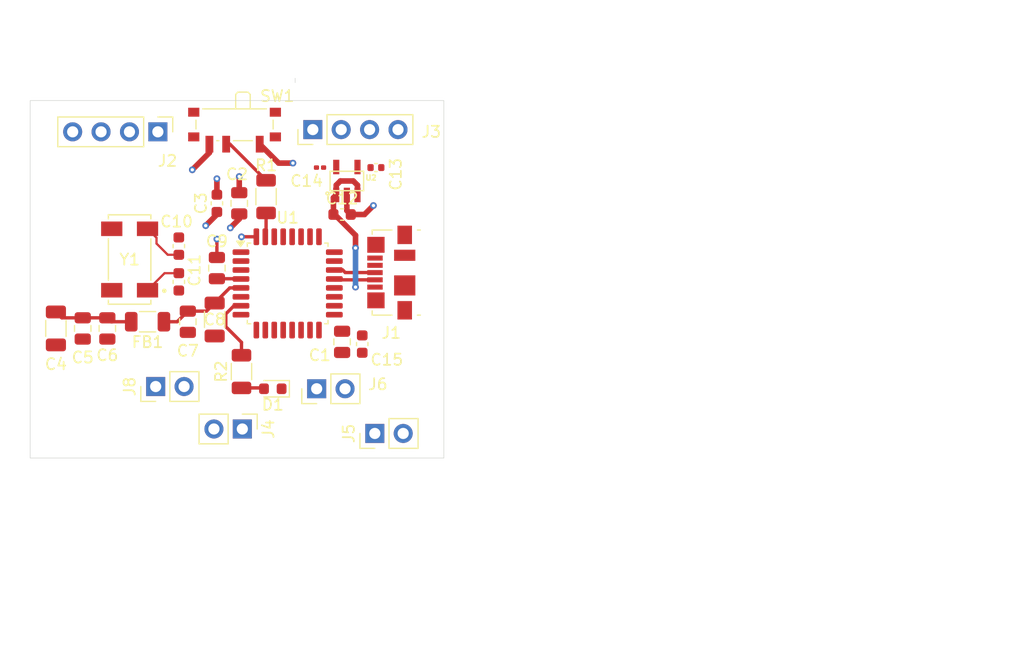
<source format=kicad_pcb>
(kicad_pcb (version 20240108) (generator "pcbnew") (generator_version "8.0")
  (layers (0 "F.Cu" signal) (1 "In1.Cu" power) (2 "In2.Cu" power) (31 "B.Cu" signal) (34 "B.Paste" user) (35 "F.Paste" user) (36 "B.SilkS" user "B.Silkscreen") (37 "F.SilkS" user "F.Silkscreen") (38 "B.Mask" user) (39 "F.Mask" user) (44 "Edge.Cuts" user))
  (net 0 "")
  (net 1 "GND")
  (net 2 "VBUS")
  (net 3 "Net-(U2-BYP)")
  (net 4 "+3.3V")
  (net 5 "Net-(SW1-B)")
  (net 6 "/TX")
  (net 7 "+3.3VA")
  (net 8 "/I2C_SCL")
  (net 9 "/RX")
  (net 10 "/ADC_IN0")
  (net 11 "/PWR_LED")
  (net 13 "/NRST")
  (net 14 "/SWCLK")
  (net 15 "/I2C_SDA")
  (net 17 "/OSC_IN")
  (net 18 "/ADC_IN5")
  (net 21 "/SWDIO")
  (net 23 "/BOOT0")
  (net 24 "/USB_DM+")
  (net 30 "/ADC_IN4")
  (net 32 "/OSC_OUT")
  (net 33 "/USB_DP-")
  (net 34 "Net-(D1-A)")
  (footprint "Button_Switch_SMD:SW_SPDT_PCM12" (layer "F.Cu") (at 60.38 40.875 180)
    (property "Reference" "SW1" (at -3.82 2.875 360) (layer "F.SilkS"))
    (property "Value" "SW_SPDT")
    (fp_line (start 3.45 0.72) (end 3.45 -0.07) (stroke (width 0.12)) (layer "F.SilkS"))
    (fp_line (start 1.4 -1.12) (end 1.6 -1.12) (stroke (width 0.12)) (layer "F.SilkS"))
    (fp_line (start -0.1 3.02) (end -0.1 1.73) (stroke (width 0.12)) (layer "F.SilkS"))
    (fp_line (start -0.1 3.02) (end -0.3 3.23) (stroke (width 0.12)) (layer "F.SilkS"))
    (fp_line (start -1.2 3.23) (end -0.3 3.23) (stroke (width 0.12)) (layer "F.SilkS"))
    (fp_line (start -1.4 3.02) (end -1.2 3.23) (stroke (width 0.12)) (layer "F.SilkS"))
    (fp_line (start -1.4 1.73) (end -1.4 3.02) (stroke (width 0.12)) (layer "F.SilkS"))
    (fp_line (start -1.6 -1.12) (end 0.1 -1.12) (stroke (width 0.12)) (layer "F.SilkS"))
    (fp_line (start -2.85 1.73) (end 2.85 1.73) (stroke (width 0.12)) (layer "F.SilkS"))
    (fp_line (start -3.45 -0.07) (end -3.45 0.72) (stroke (width 0.12)) (layer "F.SilkS"))
    (pad "" smd rect (at -3.65 -0.78 180) (size 1 0.8) (layers "F.Cu" "F.Paste" "F.Mask"))
    (pad "" smd rect (at -3.65 1.43 180) (size 1 0.8) (layers "F.Cu" "F.Paste" "F.Mask"))
    (pad "" np_thru_hole circle (at -1.5 0.33 180) (size 0.9 0.9) (drill 0.9) (layers "*.Cu" "*.Mask"))
    (pad "" np_thru_hole circle (at 1.5 0.33 180) (size 0.9 0.9) (drill 0.9) (layers "*.Cu" "*.Mask"))
    (pad "" smd rect (at 3.65 -0.78 180) (size 1 0.8) (layers "F.Cu" "F.Paste" "F.Mask"))
    (pad "" smd rect (at 3.65 1.43 180) (size 1 0.8) (layers "F.Cu" "F.Paste" "F.Mask"))
    (pad "1" smd rect (at -2.25 -1.43 180) (size 0.7 1.5) (layers "F.Cu" "F.Paste" "F.Mask") (net 1 "GND"))
    (pad "2" smd rect (at 0.75 -1.43 180) (size 0.7 1.5) (layers "F.Cu" "F.Paste" "F.Mask") (net 5 "Net-(SW1-B)"))
    (pad "3" smd rect (at 2.25 -1.43 180) (size 0.7 1.5) (layers "F.Cu" "F.Paste" "F.Mask") (net 4 "+3.3V"))
  )
  (footprint "Capacitor_SMD:C_0805_2012Metric" (layer "F.Cu") (at 46.8 58.8 -90)
    (property "Reference" "C5" (at 2.6 0 180) (layer "F.SilkS"))
    (property "Value" "0.1u")
    (fp_line (start -0.261252 0.735) (end 0.261252 0.735) (stroke (width 0.12)) (layer "F.SilkS"))
    (fp_line (start -0.261252 -0.735) (end 0.261252 -0.735) (stroke (width 0.12)) (layer "F.SilkS"))
    (pad "1" smd roundrect (at -0.95 0 270) (size 1 1.45) (layers "F.Cu" "F.Paste" "F.Mask") (net 4 "+3.3V"))
    (pad "2" smd roundrect (at 0.95 0 270) (size 1 1.45) (layers "F.Cu" "F.Paste" "F.Mask") (net 1 "GND"))
  )
  (footprint "Capacitor_SMD:C_0805_2012Metric" (layer "F.Cu") (at 60.8 47.6 90)
    (property "Reference" "C2" (at 2.6 -0.2 180) (layer "F.SilkS"))
    (property "Value" "0.1u")
    (fp_line (start -0.261252 -0.735) (end 0.261252 -0.735) (stroke (width 0.12)) (layer "F.SilkS"))
    (fp_line (start -0.261252 0.735) (end 0.261252 0.735) (stroke (width 0.12)) (layer "F.SilkS"))
    (pad "1" smd roundrect (at -0.95 0 90) (size 1 1.45) (layers "F.Cu" "F.Paste" "F.Mask") (net 4 "+3.3V"))
    (pad "2" smd roundrect (at 0.95 0 90) (size 1 1.45) (layers "F.Cu" "F.Paste" "F.Mask") (net 1 "GND"))
  )
  (footprint "Capacitor_SMD:C_0603_1608Metric" (layer "F.Cu") (at 70 48.6)
    (property "Reference" "C12" (at 0 -1.43 360) (layer "F.SilkS"))
    (property "Value" "10u")
    (fp_line (start -0.14058 -0.51) (end 0.14058 -0.51) (stroke (width 0.12)) (layer "F.SilkS"))
    (fp_line (start -0.14058 0.51) (end 0.14058 0.51) (stroke (width 0.12)) (layer "F.SilkS"))
    (pad "1" smd roundrect (at -0.775 0) (size 0.9 0.95) (layers "F.Cu" "F.Paste" "F.Mask") (net 2 "VBUS"))
    (pad "2" smd roundrect (at 0.775 0) (size 0.9 0.95) (layers "F.Cu" "F.Paste" "F.Mask") (net 1 "GND"))
  )
  (footprint "Connector_PinHeader_2.54mm:PinHeader_1x04_P2.54mm_Vertical" (layer "F.Cu") (at 67.38 41 90)
    (property "Reference" "J3" (at -0.2 10.6 180) (layer "F.SilkS"))
    (property "Value" "Conn_01x04")
    (fp_line (start -1.33 -1.33) (end 0 -1.33) (stroke (width 0.12)) (layer "F.SilkS"))
    (fp_line (start -1.33 0) (end -1.33 -1.33) (stroke (width 0.12)) (layer "F.SilkS"))
    (fp_line (start 1.33 1.27) (end 1.33 8.95) (stroke (width 0.12)) (layer "F.SilkS"))
    (fp_line (start -1.33 1.27) (end 1.33 1.27) (stroke (width 0.12)) (layer "F.SilkS"))
    (fp_line (start -1.33 1.27) (end -1.33 8.95) (stroke (width 0.12)) (layer "F.SilkS"))
    (fp_line (start -1.33 8.95) (end 1.33 8.95) (stroke (width 0.12)) (layer "F.SilkS"))
    (pad "1" thru_hole rect (at 0 0 90) (size 1.7 1.7) (drill 1) (layers "*.Cu" "*.Mask") (net 4 "+3.3V"))
    (pad "2" thru_hole oval (at 0 2.54 90) (size 1.7 1.7) (drill 1) (layers "*.Cu" "*.Mask") (net 21 "/SWDIO"))
    (pad "3" thru_hole oval (at 0 5.08 90) (size 1.7 1.7) (drill 1) (layers "*.Cu" "*.Mask") (net 14 "/SWCLK"))
    (pad "4" thru_hole oval (at 0 7.62 90) (size 1.7 1.7) (drill 1) (layers "*.Cu" "*.Mask") (net 1 "GND"))
  )
  (footprint "Capacitor_SMD:C_0603_1608Metric" (layer "F.Cu") (at 55.395 51.43 -90)
    (property "Reference" "C10" (at -2.2 0.2 0) (layer "F.SilkS"))
    (property "Value" "10p")
    (fp_line (start -0.14058 0.51) (end 0.14058 0.51) (stroke (width 0.12)) (layer "F.SilkS"))
    (fp_line (start -0.14058 -0.51) (end 0.14058 -0.51) (stroke (width 0.12)) (layer "F.SilkS"))
    (pad "1" smd roundrect (at -0.775 0 270) (size 0.9 0.95) (layers "F.Cu" "F.Paste" "F.Mask") (net 1 "GND"))
    (pad "2" smd roundrect (at 0.775 0 270) (size 0.9 0.95) (layers "F.Cu" "F.Paste" "F.Mask") (net 17 "/OSC_IN"))
  )
  (footprint "Connector_USB:USB_Micro-B_Molex_47346-0001" (layer "F.Cu") (at 74.4 53.8 90)
    (property "Reference" "J1" (at -5.4 0 180) (layer "F.SilkS"))
    (property "Value" "USB_B_Micro")
    (fp_line (start 3.81 -1.71) (end 3.43 -1.71) (stroke (width 0.12)) (layer "F.SilkS"))
    (fp_line (start 3.81 -1.71) (end 3.81 0.06) (stroke (width 0.12)) (layer "F.SilkS"))
    (fp_line (start -3.81 -1.71) (end -3.43 -1.71) (stroke (width 0.12)) (layer "F.SilkS"))
    (fp_line (start -3.81 0.06) (end -3.81 -1.71) (stroke (width 0.12)) (layer "F.SilkS"))
    (fp_line (start 3.81 2.34) (end 3.81 2.6) (stroke (width 0.12)) (layer "F.SilkS"))
    (fp_line (start -3.81 2.6) (end -3.81 2.34) (stroke (width 0.12)) (layer "F.SilkS"))
    (pad "1" smd rect (at -1.3 -1.46 90) (size 0.45 1.38) (layers "F.Cu" "F.Paste" "F.Mask") (net 2 "VBUS"))
    (pad "2" smd rect (at -0.65 -1.46 90) (size 0.45 1.38) (layers "F.Cu" "F.Paste" "F.Mask") (net 33 "/USB_DP-"))
    (pad "3" smd rect (at 0 -1.46 90) (size 0.45 1.38) (layers "F.Cu" "F.Paste" "F.Mask") (net 24 "/USB_DM+"))
    (pad "4" smd rect (at 0.65 -1.46 90) (size 0.45 1.38) (layers "F.Cu" "F.Paste" "F.Mask"))
    (pad "5" smd rect (at 1.3 -1.46 90) (size 0.45 1.38) (layers "F.Cu" "F.Paste" "F.Mask") (net 1 "GND"))
    (pad "6" smd rect (at -3.375 1.2 90) (size 1.65 1.3) (layers "F.Cu" "F.Paste" "F.Mask"))
    (pad "6" smd rect (at -2.4875 -1.375 90) (size 1.425 1.55) (layers "F.Cu" "F.Paste" "F.Mask"))
    (pad "6" smd rect (at -1.15 1.2 90) (size 1.8 1.9) (layers "F.Cu" "F.Paste" "F.Mask"))
    (pad "6" smd rect (at 1.55 1.2 90) (size 1 1.9) (layers "F.Cu" "F.Paste" "F.Mask"))
    (pad "6" smd rect (at 2.4875 -1.375 90) (size 1.425 1.55) (layers "F.Cu" "F.Paste" "F.Mask"))
    (pad "6" smd rect (at 3.375 1.2 90) (size 1.65 1.3) (layers "F.Cu" "F.Paste" "F.Mask"))
  )
  (footprint "Capacitor_SMD:C_0805_2012Metric" (layer "F.Cu") (at 49 58.8 -90)
    (property "Reference" "C6" (at 2.4 0 180) (layer "F.SilkS"))
    (property "Value" "0.1u")
    (fp_line (start -0.261252 0.735) (end 0.261252 0.735) (stroke (width 0.12)) (layer "F.SilkS"))
    (fp_line (start -0.261252 -0.735) (end 0.261252 -0.735) (stroke (width 0.12)) (layer "F.SilkS"))
    (pad "1" smd roundrect (at -0.95 0 270) (size 1 1.45) (layers "F.Cu" "F.Paste" "F.Mask") (net 4 "+3.3V"))
    (pad "2" smd roundrect (at 0.95 0 270) (size 1 1.45) (layers "F.Cu" "F.Paste" "F.Mask") (net 1 "GND"))
  )
  (footprint "Connector_PinHeader_2.54mm:PinHeader_1x02_P2.54mm_Vertical" (layer "F.Cu") (at 67.725 64.2 90)
    (property "Reference" "J6" (at 0.4 5.475 180) (layer "F.SilkS"))
    (property "Value" "Conn_01x02")
    (fp_line (start -1.33 -1.33) (end 0 -1.33) (stroke (width 0.12)) (layer "F.SilkS"))
    (fp_line (start -1.33 0) (end -1.33 -1.33) (stroke (width 0.12)) (layer "F.SilkS"))
    (fp_line (start 1.33 1.27) (end 1.33 3.87) (stroke (width 0.12)) (layer "F.SilkS"))
    (fp_line (start -1.33 1.27) (end 1.33 1.27) (stroke (width 0.12)) (layer "F.SilkS"))
    (fp_line (start -1.33 1.27) (end -1.33 3.87) (stroke (width 0.12)) (layer "F.SilkS"))
    (fp_line (start -1.33 3.87) (end 1.33 3.87) (stroke (width 0.12)) (layer "F.SilkS"))
    (pad "1" thru_hole rect (at 0 0 90) (size 1.7 1.7) (drill 1) (layers "*.Cu" "*.Mask") (net 18 "/ADC_IN5"))
    (pad "2" thru_hole oval (at 0 2.54 90) (size 1.7 1.7) (drill 1) (layers "*.Cu" "*.Mask") (net 1 "GND"))
  )
  (footprint "Resistor_SMD:R_1206_3216Metric" (layer "F.Cu") (at 63.2 47 90)
    (property "Reference" "R1" (at 2.8 0 180) (layer "F.SilkS"))
    (property "Value" "10k")
    (fp_line (start -0.727064 -0.91) (end 0.727064 -0.91) (stroke (width 0.12)) (layer "F.SilkS"))
    (fp_line (start -0.727064 0.91) (end 0.727064 0.91) (stroke (width 0.12)) (layer "F.SilkS"))
    (pad "1" smd roundrect (at -1.4625 0 90) (size 1.125 1.75) (layers "F.Cu" "F.Paste" "F.Mask") (roundrect_rratio 0.222222) (net 23 "/BOOT0"))
    (pad "2" smd roundrect (at 1.4625 0 90) (size 1.125 1.75) (layers "F.Cu" "F.Paste" "F.Mask") (roundrect_rratio 0.222222) (net 5 "Net-(SW1-B)"))
  )
  (footprint "Capacitor_SMD:C_0201_0603Metric" (layer "F.Cu") (at 68.025 44.4 180)
    (property "Reference" "C14" (at 1.2 -1.2 360) (layer "F.SilkS"))
    (property "Value" "2.2u")
    (pad "1" smd roundrect (at -0.32 0 180) (size 0.46 0.4) (layers "F.Cu" "F.Mask") (net 4 "+3.3V"))
    (pad "2" smd roundrect (at 0.32 0 180) (size 0.46 0.4) (layers "F.Cu" "F.Mask") (net 1 "GND"))
  )
  (footprint "Capacitor_SMD:C_0603_1608Metric" (layer "F.Cu") (at 58.8 47.6 90)
    (property "Reference" "C3" (at 0 -1.43 90) (layer "F.SilkS"))
    (property "Value" "10u")
    (fp_line (start -0.14058 -0.51) (end 0.14058 -0.51) (stroke (width 0.12)) (layer "F.SilkS"))
    (fp_line (start -0.14058 0.51) (end 0.14058 0.51) (stroke (width 0.12)) (layer "F.SilkS"))
    (pad "1" smd roundrect (at -0.775 0 90) (size 0.9 0.95) (layers "F.Cu" "F.Paste" "F.Mask") (net 4 "+3.3V"))
    (pad "2" smd roundrect (at 0.775 0 90) (size 0.9 0.95) (layers "F.Cu" "F.Paste" "F.Mask") (net 1 "GND"))
  )
  (footprint "LED_SMD:LED_0603_1608Metric" (layer "F.Cu") (at 63.8 64.2 180)
    (property "Reference" "D1" (at 0 -1.43 360) (layer "F.SilkS"))
    (property "Value" "LED")
    (fp_line (start 0.8 -0.735) (end -1.485 -0.735) (stroke (width 0.12)) (layer "F.SilkS"))
    (fp_line (start -1.485 0.735) (end 0.8 0.735) (stroke (width 0.12)) (layer "F.SilkS"))
    (fp_line (start -1.485 -0.735) (end -1.485 0.735) (stroke (width 0.12)) (layer "F.SilkS"))
    (pad "1" smd roundrect (at -0.7875 0 180) (size 0.875 0.95) (layers "F.Cu" "F.Paste" "F.Mask") (net 1 "GND"))
    (pad "2" smd roundrect (at 0.7875 0 180) (size 0.875 0.95) (layers "F.Cu" "F.Paste" "F.Mask") (net 34 "Net-(D1-A)"))
  )
  (footprint "Connector_PinHeader_2.54mm:PinHeader_1x02_P2.54mm_Vertical" (layer "F.Cu") (at 72.925 68.2 90)
    (property "Reference" "J5" (at 0 -2.33 90) (layer "F.SilkS"))
    (property "Value" "Conn_01x02")
    (fp_line (start -1.33 -1.33) (end 0 -1.33) (stroke (width 0.12)) (layer "F.SilkS"))
    (fp_line (start -1.33 0) (end -1.33 -1.33) (stroke (width 0.12)) (layer "F.SilkS"))
    (fp_line (start 1.33 1.27) (end 1.33 3.87) (stroke (width 0.12)) (layer "F.SilkS"))
    (fp_line (start -1.33 1.27) (end 1.33 1.27) (stroke (width 0.12)) (layer "F.SilkS"))
    (fp_line (start -1.33 1.27) (end -1.33 3.87) (stroke (width 0.12)) (layer "F.SilkS"))
    (fp_line (start -1.33 3.87) (end 1.33 3.87) (stroke (width 0.12)) (layer "F.SilkS"))
    (pad "1" thru_hole rect (at 0 0 90) (size 1.7 1.7) (drill 1) (layers "*.Cu" "*.Mask") (net 30 "/ADC_IN4"))
    (pad "2" thru_hole oval (at 0 2.54 90) (size 1.7 1.7) (drill 1) (layers "*.Cu" "*.Mask") (net 1 "GND"))
  )
  (footprint "Connector_PinHeader_2.54mm:PinHeader_1x04_P2.54mm_Vertical" (layer "F.Cu") (at 53.52 41.2 -90)
    (property "Reference" "J2" (at 2.6 -0.86 180) (layer "F.SilkS"))
    (property "Value" "Conn_01x04")
    (fp_line (start -1.33 8.95) (end 1.33 8.95) (stroke (width 0.12)) (layer "F.SilkS"))
    (fp_line (start -1.33 1.27) (end -1.33 8.95) (stroke (width 0.12)) (layer "F.SilkS"))
    (fp_line (start -1.33 1.27) (end 1.33 1.27) (stroke (width 0.12)) (layer "F.SilkS"))
    (fp_line (start 1.33 1.27) (end 1.33 8.95) (stroke (width 0.12)) (layer "F.SilkS"))
    (fp_line (start -1.33 0) (end -1.33 -1.33) (stroke (width 0.12)) (layer "F.SilkS"))
    (fp_line (start -1.33 -1.33) (end 0 -1.33) (stroke (width 0.12)) (layer "F.SilkS"))
    (pad "1" thru_hole rect (at 0 0 270) (size 1.7 1.7) (drill 1) (layers "*.Cu" "*.Mask") (net 4 "+3.3V"))
    (pad "2" thru_hole oval (at 0 2.54 270) (size 1.7 1.7) (drill 1) (layers "*.Cu" "*.Mask") (net 8 "/I2C_SCL"))
    (pad "3" thru_hole oval (at 0 5.08 270) (size 1.7 1.7) (drill 1) (layers "*.Cu" "*.Mask") (net 15 "/I2C_SDA"))
    (pad "4" thru_hole oval (at 0 7.62 270) (size 1.7 1.7) (drill 1) (layers "*.Cu" "*.Mask") (net 1 "GND"))
  )
  (footprint "Capacitor_SMD:C_0805_2012Metric" (layer "F.Cu") (at 70 60 -90)
    (property "Reference" "C1" (at 1.2 2 180) (layer "F.SilkS"))
    (property "Value" "0.1u")
    (fp_line (start -0.261252 0.735) (end 0.261252 0.735) (stroke (width 0.12)) (layer "F.SilkS"))
    (fp_line (start -0.261252 -0.735) (end 0.261252 -0.735) (stroke (width 0.12)) (layer "F.SilkS"))
    (pad "1" smd roundrect (at -0.95 0 270) (size 1 1.45) (layers "F.Cu" "F.Paste" "F.Mask") (net 4 "+3.3V"))
    (pad "2" smd roundrect (at 0.95 0 270) (size 1 1.45) (layers "F.Cu" "F.Paste" "F.Mask") (net 1 "GND"))
  )
  (footprint "Capacitor_SMD:C_0402_1005Metric" (layer "F.Cu") (at 73.025 44.4)
    (property "Reference" "C13" (at 1.775 0.6 90) (layer "F.SilkS"))
    (property "Value" "100p")
    (fp_line (start -0.107836 -0.36) (end 0.107836 -0.36) (stroke (width 0.12)) (layer "F.SilkS"))
    (fp_line (start -0.107836 0.36) (end 0.107836 0.36) (stroke (width 0.12)) (layer "F.SilkS"))
    (pad "1" smd roundrect (at -0.48 0) (size 0.56 0.62) (layers "F.Cu" "F.Paste" "F.Mask") (net 3 "Net-(U2-BYP)"))
    (pad "2" smd roundrect (at 0.48 0) (size 0.56 0.62) (layers "F.Cu" "F.Paste" "F.Mask") (net 1 "GND"))
  )
  (footprint "Capacitor_SMD:C_1206_3216Metric" (layer "F.Cu") (at 58.6 58 -90)
    (property "Reference" "C8" (at 0 0 360) (layer "F.SilkS"))
    (property "Value" "10n")
    (fp_line (start -0.711252 0.91) (end 0.711252 0.91) (stroke (width 0.12)) (layer "F.SilkS"))
    (fp_line (start -0.711252 -0.91) (end 0.711252 -0.91) (stroke (width 0.12)) (layer "F.SilkS"))
    (pad "1" smd roundrect (at -1.475 0 270) (size 1.15 1.8) (layers "F.Cu" "F.Paste" "F.Mask") (roundrect_rratio 0.217391) (net 7 "+3.3VA"))
    (pad "2" smd roundrect (at 1.475 0 270) (size 1.15 1.8) (layers "F.Cu" "F.Paste" "F.Mask") (roundrect_rratio 0.217391) (net 1 "GND"))
  )
  (footprint "Resistor_SMD:R_1206_3216Metric" (layer "F.Cu") (at 52.6 58.2 180)
    (property "Reference" "FB1" (at 0 -1.82 360) (layer "F.SilkS"))
    (property "Value" "600R")
    (fp_line (start -0.727064 0.91) (end 0.727064 0.91) (stroke (width 0.12)) (layer "F.SilkS"))
    (fp_line (start -0.727064 -0.91) (end 0.727064 -0.91) (stroke (width 0.12)) (layer "F.SilkS"))
    (pad "1" smd roundrect (at -1.4625 0 180) (size 1.125 1.75) (layers "F.Cu" "F.Paste" "F.Mask") (roundrect_rratio 0.222222) (net 7 "+3.3VA"))
    (pad "2" smd roundrect (at 1.4625 0 180) (size 1.125 1.75) (layers "F.Cu" "F.Paste" "F.Mask") (roundrect_rratio 0.222222) (net 4 "+3.3V"))
  )
  (footprint "Capacitor_SMD:C_0805_2012Metric" (layer "F.Cu") (at 58.8 53.4 90)
    (property "Reference" "C9" (at 2.4 0 180) (layer "F.SilkS"))
    (property "Value" "0.1u")
    (fp_line (start -0.261252 -0.735) (end 0.261252 -0.735) (stroke (width 0.12)) (layer "F.SilkS"))
    (fp_line (start -0.261252 0.735) (end 0.261252 0.735) (stroke (width 0.12)) (layer "F.SilkS"))
    (pad "1" smd roundrect (at -0.95 0 90) (size 1 1.45) (layers "F.Cu" "F.Paste" "F.Mask") (net 13 "/NRST"))
    (pad "2" smd roundrect (at 0.95 0 90) (size 1 1.45) (layers "F.Cu" "F.Paste" "F.Mask") (net 1 "GND"))
  )
  (footprint "Connector_PinHeader_2.54mm:PinHeader_1x02_P2.54mm_Vertical" (layer "F.Cu") (at 61.075 67.8 -90)
    (property "Reference" "J4" (at 0 -2.33 90) (layer "F.SilkS"))
    (property "Value" "Conn_01x02")
    (fp_line (start -1.33 3.87) (end 1.33 3.87) (stroke (width 0.12)) (layer "F.SilkS"))
    (fp_line (start -1.33 1.27) (end -1.33 3.87) (stroke (width 0.12)) (layer "F.SilkS"))
    (fp_line (start -1.33 1.27) (end 1.33 1.27) (stroke (width 0.12)) (layer "F.SilkS"))
    (fp_line (start 1.33 1.27) (end 1.33 3.87) (stroke (width 0.12)) (layer "F.SilkS"))
    (fp_line (start -1.33 0) (end -1.33 -1.33) (stroke (width 0.12)) (layer "F.SilkS"))
    (fp_line (start -1.33 -1.33) (end 0 -1.33) (stroke (width 0.12)) (layer "F.SilkS"))
    (pad "1" thru_hole rect (at 0 0 270) (size 1.7 1.7) (drill 1) (layers "*.Cu" "*.Mask") (net 10 "/ADC_IN0"))
    (pad "2" thru_hole oval (at 0 2.54 270) (size 1.7 1.7) (drill 1) (layers "*.Cu" "*.Mask") (net 1 "GND"))
  )
  (footprint "Capacitor_SMD:C_1206_3216Metric" (layer "F.Cu") (at 44.4 58.8 -90)
    (property "Reference" "C4" (at 3.2 0 180) (layer "F.SilkS"))
    (property "Value" "4.7u")
    (fp_line (start -0.711252 0.91) (end 0.711252 0.91) (stroke (width 0.12)) (layer "F.SilkS"))
    (fp_line (start -0.711252 -0.91) (end 0.711252 -0.91) (stroke (width 0.12)) (layer "F.SilkS"))
    (pad "1" smd roundrect (at -1.475 0 270) (size 1.15 1.8) (layers "F.Cu" "F.Paste" "F.Mask") (roundrect_rratio 0.217391) (net 4 "+3.3V"))
    (pad "2" smd roundrect (at 1.475 0 270) (size 1.15 1.8) (layers "F.Cu" "F.Paste" "F.Mask") (roundrect_rratio 0.217391) (net 1 "GND"))
  )
  (footprint "AP2210K-3.3TRG1:SOT-23-5_RAW" (layer "F.Cu") (at 70.425 45.6)
    (property "Reference" "U2" (at 2.1616 -0.2875 180) (layer "F.SilkS") (effects (font (size 0.48 0.48))))
    (property "Value" "AP2210K-3.3TRG1")
    (fp_line (start -1.5 -0.87) (end -1.5 0.87) (stroke (width 0.127)) (layer "F.SilkS"))
    (fp_line (start -1.5 0.87) (end 1.5 0.87) (stroke (width 0.127)) (layer "F.SilkS"))
    (fp_line (start 1.5 -0.87) (end -1.5 -0.87) (stroke (width 0.127)) (layer "F.SilkS"))
    (fp_line (start 1.5 0.87) (end 1.5 -0.87) (stroke (width 0.127)) (layer "F.SilkS"))
    (fp_circle (center -1.745 1.115) (end -1.618 1.115) (stroke (width 0.127)) (fill none) (layer "F.SilkS"))
    (pad "1" smd rect (at -0.95 1.25) (size 0.55 1.3) (layers "F.Cu" "F.Paste" "F.Mask") (net 2 "VBUS"))
    (pad "2" smd rect (at 0 1.25) (size 0.55 1.3) (layers "F.Cu" "F.Paste" "F.Mask") (net 1 "GND"))
    (pad "3" smd rect (at 0.95 1.25) (size 0.55 1.3) (layers "F.Cu" "F.Paste" "F.Mask") (net 2 "VBUS"))
    (pad "4" smd rect (at 0.95 -1.25) (size 0.55 1.3) (layers "F.Cu" "F.Paste" "F.Mask") (net 3 "Net-(U2-BYP)"))
    (pad "5" smd rect (at -0.95 -1.25) (size 0.55 1.3) (layers "F.Cu" "F.Paste" "F.Mask") (net 4 "+3.3V"))
  )
  (footprint "Resistor_SMD:R_1206_3216Metric" (layer "F.Cu") (at 61 62.6625 90)
    (property "Reference" "R2" (at 0 -1.82 90) (layer "F.SilkS"))
    (property "Value" "10k")
    (fp_line (start -0.727064 -0.91) (end 0.727064 -0.91) (stroke (width 0.12)) (layer "F.SilkS"))
    (fp_line (start -0.727064 0.91) (end 0.727064 0.91) (stroke (width 0.12)) (layer "F.SilkS"))
    (pad "1" smd roundrect (at -1.4625 0 90) (size 1.125 1.75) (layers "F.Cu" "F.Paste" "F.Mask") (roundrect_rratio 0.222222) (net 34 "Net-(D1-A)"))
    (pad "2" smd roundrect (at 1.4625 0 90) (size 1.125 1.75) (layers "F.Cu" "F.Paste" "F.Mask") (roundrect_rratio 0.222222) (net 11 "/PWR_LED"))
  )
  (footprint "crystal:XTAL_ABS25-32.768KHZ-6-T" (layer "F.Cu") (at 50.995 52.63 180)
    (property "Reference" "Y1" (at 0 0 360) (layer "F.SilkS"))
    (property "Value" "32.768kHz")
    (fp_line (start 1.9 4) (end 1.9 3.65) (stroke (width 0.127)) (layer "F.SilkS"))
    (fp_line (start 1.9 -1.85) (end 1.9 1.85) (stroke (width 0.127)) (layer "F.SilkS"))
    (fp_line (start 1.9 -3.65) (end 1.9 -4) (stroke (width 0.127)) (layer "F.SilkS"))
    (fp_line (start 1.9 -4) (end -1.9 -4) (stroke (width 0.127)) (layer "F.SilkS"))
    (fp_line (start -1.9 4) (end 1.9 4) (stroke (width 0.127)) (layer "F.SilkS"))
    (fp_line (start -1.9 3.65) (end -1.9 4) (stroke (width 0.127)) (layer "F.SilkS"))
    (fp_line (start -1.9 -1.85) (end -1.9 1.85) (stroke (width 0.127)) (layer "F.SilkS"))
    (fp_line (start -1.9 -4) (end -1.9 -3.65) (stroke (width 0.127)) (layer "F.SilkS"))
    (fp_circle (center -3.1 -2.8) (end -3 -2.8) (stroke (width 0.2)) (fill none) (layer "F.SilkS"))
    (pad "1" smd rect (at -1.6 -2.75 180) (size 1.9 1.3) (layers "F.Cu" "F.Paste" "F.Mask") (net 32 "/OSC_OUT"))
    (pad "2" smd rect (at -1.6 2.75 180) (size 1.9 1.3) (layers "F.Cu" "F.Paste" "F.Mask") (net 17 "/OSC_IN"))
    (pad "3" smd rect (at 1.6 2.75 180) (size 1.9 1.3) (layers "F.Cu" "F.Paste" "F.Mask"))
    (pad "4" smd rect (at 1.6 -2.75 180) (size 1.9 1.3) (layers "F.Cu" "F.Paste" "F.Mask"))
  )
  (footprint "Capacitor_SMD:C_0603_1608Metric" (layer "F.Cu") (at 71.8 60.2 -90)
    (property "Reference" "C15" (at 1.4 -2.2 180) (layer "F.SilkS"))
    (property "Value" "10u")
    (fp_line (start -0.14058 0.51) (end 0.14058 0.51) (stroke (width 0.12)) (layer "F.SilkS"))
    (fp_line (start -0.14058 -0.51) (end 0.14058 -0.51) (stroke (width 0.12)) (layer "F.SilkS"))
    (pad "1" smd roundrect (at -0.775 0 270) (size 0.9 0.95) (layers "F.Cu" "F.Paste" "F.Mask") (net 4 "+3.3V"))
    (pad "2" smd roundrect (at 0.775 0 270) (size 0.9 0.95) (layers "F.Cu" "F.Paste" "F.Mask") (net 1 "GND"))
  )
  (footprint "Package_QFP:LQFP-32_7x7mm_P0.8mm" (layer "F.Cu") (at 65.13 54.77)
    (property "Reference" "U1" (at 0 -5.88 0) (layer "F.SilkS"))
    (property "Value" "STM32L052K6Tx")
    (fp_line (start -3.61 -3.61) (end -3.61 -3.31) (stroke (width 0.12)) (layer "F.SilkS"))
    (fp_line (start -3.61 3.61) (end -3.61 3.31) (stroke (width 0.12)) (layer "F.SilkS"))
    (fp_line (start -3.31 -3.61) (end -3.61 -3.61) (stroke (width 0.12)) (layer "F.SilkS"))
    (fp_line (start -3.31 3.61) (end -3.61 3.61) (stroke (width 0.12)) (layer "F.SilkS"))
    (fp_line (start 3.31 -3.61) (end 3.61 -3.61) (stroke (width 0.12)) (layer "F.SilkS"))
    (fp_line (start 3.31 3.61) (end 3.61 3.61) (stroke (width 0.12)) (layer "F.SilkS"))
    (fp_line (start 3.61 -3.61) (end 3.61 -3.31) (stroke (width 0.12)) (layer "F.SilkS"))
    (fp_line (start 3.61 3.61) (end 3.61 3.31) (stroke (width 0.12)) (layer "F.SilkS"))
    (fp_poly (pts (xy -4.2125 -3.31) (xy -4.5525 -3.78) (xy -3.8725 -3.78) (xy -4.2125 -3.31)) (stroke (width 0.12)) (fill solid) (layer "F.SilkS"))
    (pad "1" smd roundrect (at -4.175 -2.8) (size 1.5 0.5) (layers "F.Cu" "F.Paste" "F.Mask") (net 4 "+3.3V"))
    (pad "2" smd roundrect (at -4.175 -2) (size 1.5 0.5) (layers "F.Cu" "F.Paste" "F.Mask") (net 17 "/OSC_IN"))
    (pad "3" smd roundrect (at -4.175 -1.2) (size 1.5 0.5) (layers "F.Cu" "F.Paste" "F.Mask") (net 32 "/OSC_OUT"))
    (pad "4" smd roundrect (at -4.175 -0.4) (size 1.5 0.5) (layers "F.Cu" "F.Paste" "F.Mask") (net 13 "/NRST"))
    (pad "5" smd roundrect (at -4.175 0.4) (size 1.5 0.5) (layers "F.Cu" "F.Paste" "F.Mask") (net 7 "+3.3VA"))
    (pad "6" smd roundrect (at -4.175 1.2) (size 1.5 0.5) (layers "F.Cu" "F.Paste" "F.Mask") (net 10 "/ADC_IN0"))
    (pad "7" smd roundrect (at -4.175 2) (size 1.5 0.5) (layers "F.Cu" "F.Paste" "F.Mask") (net 11 "/PWR_LED"))
    (pad "8" smd roundrect (at -4.175 2.8) (size 1.5 0.5) (layers "F.Cu" "F.Paste" "F.Mask") (net 6 "/TX"))
    (pad "9" smd roundrect (at -2.8 4.175) (size 0.5 1.5) (layers "F.Cu" "F.Paste" "F.Mask") (net 9 "/RX"))
    (pad "10" smd roundrect (at -2 4.175) (size 0.5 1.5) (layers "F.Cu" "F.Paste" "F.Mask") (net 30 "/ADC_IN4"))
    (pad "11" smd roundrect (at -1.2 4.175) (size 0.5 1.5) (layers "F.Cu" "F.Paste" "F.Mask") (net 18 "/ADC_IN5"))
    (pad "12" smd roundrect (at -0.4 4.175) (size 0.5 1.5) (layers "F.Cu" "F.Paste" "F.Mask"))
    (pad "13" smd roundrect (at 0.4 4.175) (size 0.5 1.5) (layers "F.Cu" "F.Paste" "F.Mask"))
    (pad "14" smd roundrect (at 1.2 4.175) (size 0.5 1.5) (layers "F.Cu" "F.Paste" "F.Mask"))
    (pad "15" smd roundrect (at 2 4.175) (size 0.5 1.5) (layers "F.Cu" "F.Paste" "F.Mask"))
    (pad "16" smd roundrect (at 2.8 4.175) (size 0.5 1.5) (layers "F.Cu" "F.Paste" "F.Mask") (net 1 "GND"))
    (pad "17" smd roundrect (at 4.175 2.8) (size 1.5 0.5) (layers "F.Cu" "F.Paste" "F.Mask") (net 4 "+3.3V"))
    (pad "18" smd roundrect (at 4.175 2) (size 1.5 0.5) (layers "F.Cu" "F.Paste" "F.Mask"))
    (pad "19" smd roundrect (at 4.175 1.2) (size 1.5 0.5) (layers "F.Cu" "F.Paste" "F.Mask"))
    (pad "20" smd roundrect (at 4.175 0.4) (size 1.5 0.5) (layers "F.Cu" "F.Paste" "F.Mask"))
    (pad "21" smd roundrect (at 4.175 -0.4) (size 1.5 0.5) (layers "F.Cu" "F.Paste" "F.Mask") (net 33 "/USB_DP-"))
    (pad "22" smd roundrect (at 4.175 -1.2) (size 1.5 0.5) (layers "F.Cu" "F.Paste" "F.Mask") (net 24 "/USB_DM+"))
    (pad "23" smd roundrect (at 4.175 -2) (size 1.5 0.5) (layers "F.Cu" "F.Paste" "F.Mask") (net 21 "/SWDIO"))
    (pad "24" smd roundrect (at 4.175 -2.8) (size 1.5 0.5) (layers "F.Cu" "F.Paste" "F.Mask") (net 14 "/SWCLK"))
    (pad "25" smd roundrect (at 2.8 -4.175) (size 0.5 1.5) (layers "F.Cu" "F.Paste" "F.Mask"))
    (pad "26" smd roundrect (at 2 -4.175) (size 0.5 1.5) (layers "F.Cu" "F.Paste" "F.Mask"))
    (pad "27" smd roundrect (at 1.2 -4.175) (size 0.5 1.5) (layers "F.Cu" "F.Paste" "F.Mask"))
    (pad "28" smd roundrect (at 0.4 -4.175) (size 0.5 1.5) (layers "F.Cu" "F.Paste" "F.Mask"))
    (pad "29" smd roundrect (at -0.4 -4.175) (size 0.5 1.5) (layers "F.Cu" "F.Paste" "F.Mask") (net 8 "/I2C_SCL"))
    (pad "30" smd roundrect (at -1.2 -4.175) (size 0.5 1.5) (layers "F.Cu" "F.Paste" "F.Mask") (net 15 "/I2C_SDA"))
    (pad "31" smd roundrect (at -2 -4.175) (size 0.5 1.5) (layers "F.Cu" "F.Paste" "F.Mask") (net 23 "/BOOT0"))
    (pad "32" smd roundrect (at -2.8 -4.175) (size 0.5 1.5) (layers "F.Cu" "F.Paste" "F.Mask") (net 1 "GND"))
  )
  (footprint "Connector_PinHeader_2.54mm:PinHeader_1x02_P2.54mm_Vertical" (layer "F.Cu") (at 53.325 64 90)
    (property "Reference" "J8" (at 0 -2.33 90) (layer "F.SilkS"))
    (property "Value" "Conn_01x02")
    (fp_line (start -1.33 -1.33) (end 0 -1.33) (stroke (width 0.12)) (layer "F.SilkS"))
    (fp_line (start -1.33 0) (end -1.33 -1.33) (stroke (width 0.12)) (layer "F.SilkS"))
    (fp_line (start 1.33 1.27) (end 1.33 3.87) (stroke (width 0.12)) (layer "F.SilkS"))
    (fp_line (start -1.33 1.27) (end 1.33 1.27) (stroke (width 0.12)) (layer "F.SilkS"))
    (fp_line (start -1.33 1.27) (end -1.33 3.87) (stroke (width 0.12)) (layer "F.SilkS"))
    (fp_line (start -1.33 3.87) (end 1.33 3.87) (stroke (width 0.12)) (layer "F.SilkS"))
    (pad "1" thru_hole rect (at 0 0 90) (size 1.7 1.7) (drill 1) (layers "*.Cu" "*.Mask") (net 6 "/TX"))
    (pad "2" thru_hole oval (at 0 2.54 90) (size 1.7 1.7) (drill 1) (layers "*.Cu" "*.Mask") (net 9 "/RX"))
  )
  (footprint "Capacitor_SMD:C_0603_1608Metric" (layer "F.Cu") (at 55.395 54.63 -90)
    (property "Reference" "C11" (at -1.03 -1.405 90) (layer "F.SilkS"))
    (property "Value" "10p")
    (fp_line (start -0.14058 0.51) (end 0.14058 0.51) (stroke (width 0.12)) (layer "F.SilkS"))
    (fp_line (start -0.14058 -0.51) (end 0.14058 -0.51) (stroke (width 0.12)) (layer "F.SilkS"))
    (pad "1" smd roundrect (at -0.775 0 270) (size 0.9 0.95) (layers "F.Cu" "F.Paste" "F.Mask") (net 32 "/OSC_OUT"))
    (pad "2" smd roundrect (at 0.775 0 270) (size 0.9 0.95) (layers "F.Cu" "F.Paste" "F.Mask") (net 1 "GND"))
  )
  (footprint "Capacitor_SMD:C_0805_2012Metric" (layer "F.Cu") (at 56.2 58.2 -90)
    (property "Reference" "C7" (at 2.6 0 180) (layer "F.SilkS"))
    (property "Value" "1u")
    (fp_line (start -0.261252 0.735) (end 0.261252 0.735) (stroke (width 0.12)) (layer "F.SilkS"))
    (fp_line (start -0.261252 -0.735) (end 0.261252 -0.735) (stroke (width 0.12)) (layer "F.SilkS"))
    (pad "1" smd roundrect (at -0.95 0 270) (size 1 1.45) (layers "F.Cu" "F.Paste" "F.Mask") (net 7 "+3.3VA"))
    (pad "2" smd roundrect (at 0.95 0 270) (size 1 1.45) (layers "F.Cu" "F.Paste" "F.Mask") (net 1 "GND"))
  )
  (gr_rect (start 42.1 38.4) (end 79.1 70.4) (stroke (width 0.05)) (fill none) (layer "Edge.Cuts"))
  (gr_rect (start 65.8 36.4) (end 65.8 36.8) (stroke (width 0.05)) (fill none) (layer "Edge.Cuts"))
  (segment (start 70.425 48.25) (end 70.775 48.6) (width 0.5) (layer "F.Cu") (net 1))
  (segment (start 72 48.6) (end 72.8 47.8) (width 0.5) (layer "F.Cu") (net 1))
  (segment (start 64.325 44) (end 65.6 44) (width 0.5) (layer "F.Cu") (net 1))
  (segment (start 58.8 46.825) (end 58.8 45.4) (width 0.5) (layer "F.Cu") (net 1))
  (segment (start 61.005 50.595) (end 61 50.6) (width 0.3) (layer "F.Cu") (net 1))
  (segment (start 70.425 46.85) (end 70.425 48.25) (width 0.5) (layer "F.Cu") (net 1))
  (segment (start 60.8 46.65) (end 60.8 45.2) (width 0.5) (layer "F.Cu") (net 1))
  (segment (start 70.775 48.6) (end 72 48.6) (width 0.5) (layer "F.Cu") (net 1))
  (segment (start 62.63 42.305) (end 64.325 44) (width 0.5) (layer "F.Cu") (net 1))
  (segment (start 58.8 52.45) (end 58.8 50.8) (width 0.3) (layer "F.Cu") (net 1))
  (segment (start 62.33 50.595) (end 61.005 50.595) (width 0.3) (layer "F.Cu") (net 1))
  (via (at 58.8 50.8) (size 0.6) (drill 0.3) (layers "F.Cu" "B.Cu") (net 1))
  (via (at 60.8 45.2) (size 0.6) (drill 0.3) (layers "F.Cu" "B.Cu") (net 1))
  (via (at 65.6 44) (size 0.6) (drill 0.3) (layers "F.Cu" "B.Cu") (net 1))
  (via (at 72.8 47.8) (size 0.6) (drill 0.3) (layers "F.Cu" "B.Cu") (net 1))
  (via (at 58.8 45.4) (size 0.6) (drill 0.3) (layers "F.Cu" "B.Cu") (net 1))
  (via (at 61 50.6) (size 0.6) (drill 0.3) (layers "F.Cu" "B.Cu") (net 1))
  (segment (start 69.339172 48.6) (end 71.2 50.460828) (width 0.5) (layer "F.Cu") (net 2))
  (segment (start 71.375 46.85) (end 71.375 45.975) (width 0.5) (layer "F.Cu") (net 2))
  (segment (start 71.375 45.975) (end 71 45.6) (width 0.5) (layer "F.Cu") (net 2))
  (segment (start 69.475 45.975) (end 69.85 45.6) (width 0.5) (layer "F.Cu") (net 2))
  (segment (start 69.85 45.6) (end 71 45.6) (width 0.5) (layer "F.Cu") (net 2))
  (segment (start 71.2 50.460828) (end 71.2 51.6) (width 0.5) (layer "F.Cu") (net 2))
  (segment (start 69.225 48.6) (end 69.339172 48.6) (width 0.5) (layer "F.Cu") (net 2))
  (segment (start 69.225 48.6) (end 69.225 47.1) (width 0.5) (layer "F.Cu") (net 2))
  (segment (start 69.475 46.85) (end 69.475 45.975) (width 0.5) (layer "F.Cu") (net 2))
  (segment (start 69.225 47.1) (end 69.475 46.85) (width 0.5) (layer "F.Cu") (net 2))
  (via (at 71.2 51.6) (size 0.6) (drill 0.3) (layers "F.Cu" "B.Cu") (net 2))
  (via (at 71.2 55.1) (size 0.6) (drill 0.3) (layers "F.Cu" "B.Cu") (net 2))
  (segment (start 71.2 51.6) (end 71.2 55.1) (width 0.5) (layer "B.Cu") (net 2))
  (segment (start 58.8 48.6) (end 57.8 49.6) (width 0.5) (layer "F.Cu") (net 4))
  (segment (start 49 57.85) (end 46.8 57.85) (width 0.3) (layer "F.Cu") (net 4))
  (segment (start 58.13 42.305) (end 58.13 43.07) (width 0.5) (layer "F.Cu") (net 4))
  (segment (start 60.8 48.55) (end 60.8 49) (width 0.5) (layer "F.Cu") (net 4))
  (segment (start 46.8 57.85) (end 44.925 57.85) (width 0.3) (layer "F.Cu") (net 4))
  (segment (start 58.8 48.375) (end 58.8 48.6) (width 0.5) (layer "F.Cu") (net 4))
  (segment (start 49.35 58.2) (end 49 57.85) (width 0.3) (layer "F.Cu") (net 4))
  (segment (start 44.925 57.85) (end 44.4 57.325) (width 0.3) (layer "F.Cu") (net 4))
  (segment (start 58.13 43.07) (end 56.6 44.6) (width 0.5) (layer "F.Cu") (net 4))
  (segment (start 51.1375 58.2) (end 49.35 58.2) (width 0.3) (layer "F.Cu") (net 4))
  (segment (start 60.8 49) (end 60 49.8) (width 0.5) (layer "F.Cu") (net 4))
  (via (at 56.6 44.6) (size 0.6) (drill 0.3) (layers "F.Cu" "B.Cu") (net 4))
  (via (at 60 49.8) (size 0.6) (drill 0.3) (layers "F.Cu" "B.Cu") (net 4))
  (via (at 57.8 49.6) (size 0.6) (drill 0.3) (layers "F.Cu" "B.Cu") (net 4))
  (segment (start 63.2 45.5375) (end 62.8625 45.5375) (width 0.5) (layer "F.Cu") (net 5))
  (segment (start 59.63 42.305) (end 59.9675 42.305) (width 0.3) (layer "F.Cu") (net 5))
  (segment (start 59.9675 42.305) (end 63.2 45.5375) (width 0.3) (layer "F.Cu") (net 5))
  (segment (start 56.2 57.25) (end 57.875 57.25) (width 0.3) (layer "F.Cu") (net 7))
  (segment (start 59.955 55.17) (end 60.955 55.17) (width 0.3) (layer "F.Cu") (net 7))
  (segment (start 58.6 56.525) (end 59.955 55.17) (width 0.3) (layer "F.Cu") (net 7))
  (segment (start 57.875 57.25) (end 58.6 56.525) (width 0.3) (layer "F.Cu") (net 7))
  (segment (start 55.25 58.2) (end 56.2 57.25) (width 0.3) (layer "F.Cu") (net 7))
  (segment (start 54.0625 58.2) (end 55.25 58.2) (width 0.3) (layer "F.Cu") (net 7))
  (segment (start 59.6 58.644544) (end 59.6 57.499784) (width 0.3) (layer "F.Cu") (net 11))
  (segment (start 61 60.044544) (end 59.6 58.644544) (width 0.3) (layer "F.Cu") (net 11))
  (segment (start 61 61.2) (end 61 60.044544) (width 0.3) (layer "F.Cu") (net 11))
  (segment (start 59.6 57.499784) (end 60.329784 56.77) (width 0.3) (layer "F.Cu") (net 11))
  (segment (start 60.329784 56.77) (end 60.955 56.77) (width 0.3) (layer "F.Cu") (net 11))
  (segment (start 58.8 54.35) (end 60.935 54.35) (width 0.3) (layer "F.Cu") (net 13))
  (segment (start 60.935 54.35) (end 60.955 54.37) (width 0.3) (layer "F.Cu") (net 13))
  (segment (start 53.4 51.2) (end 53.4 50.685) (width 0.2) (layer "F.Cu") (net 17))
  (segment (start 55.395 52.205) (end 54.405 52.205) (width 0.2) (layer "F.Cu") (net 17))
  (segment (start 53.4 50.685) (end 52.595 49.88) (width 0.2) (layer "F.Cu") (net 17))
  (segment (start 54.405 52.205) (end 53.4 51.2) (width 0.2) (layer "F.Cu") (net 17))
  (segment (start 63.2 48.4625) (end 63.2 50.525) (width 0.3) (layer "F.Cu") (net 23))
  (segment (start 63.2 50.525) (end 63.13 50.595) (width 0.3) (layer "F.Cu") (net 23))
  (segment (start 69.305 53.57) (end 70.054999 53.57) (width 0.3) (layer "F.Cu") (net 24))
  (segment (start 70.284999 53.8) (end 72.94 53.8) (width 0.3) (layer "F.Cu") (net 24))
  (segment (start 70.054999 53.57) (end 70.284999 53.8) (width 0.3) (layer "F.Cu") (net 24))
  (segment (start 54.12 53.855) (end 52.595 55.38) (width 0.2) (layer "F.Cu") (net 32))
  (segment (start 55.395 53.855) (end 54.12 53.855) (width 0.2) (layer "F.Cu") (net 32))
  (segment (start 69.385 54.45) (end 69.305 54.37) (width 0.3) (layer "F.Cu") (net 33))
  (segment (start 72.94 54.45) (end 69.385 54.45) (width 0.3) (layer "F.Cu") (net 33))
  (segment (start 61 64.125) (end 62.9375 64.125) (width 0.3) (layer "F.Cu") (net 34))
  (segment (start 62.9375 64.125) (end 63.0125 64.2) (width 0.3) (layer "F.Cu") (net 34))
)
</source>
